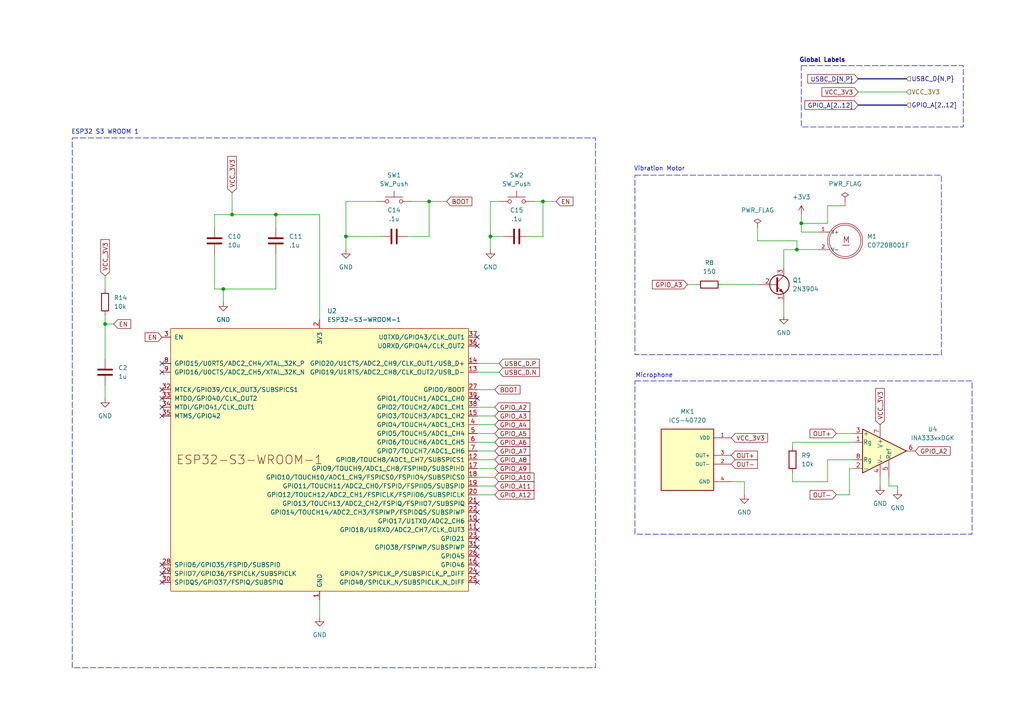
<source format=kicad_sch>
(kicad_sch (version 20231120) (generator "eeschema") (generator_version "8.0")
  (paper "A4")
  (lib_symbols
    (symbol "Amplifier_Instrumentation:INA333xxDGK" (pin_names (offset 0.127))
      (property "Reference" "U" (at 3.81 3.175 0))
      (property "Value" "INA333xxDGK" (at 3.81 -3.175 0))
      (symbol "INA333xxDGK_0_1"
        (polyline (pts (xy 7.62 0) (xy -5.08 6.35) (xy -5.08 -6.35) (xy 7.62 0)) (stroke (width 0.254)) (fill (type background)))
      )
      (symbol "INA333xxDGK_1_1"
        (pin passive line (at -7.62 2.54 0) (length 2.54) (name "Rg") (number "1"))
        (pin input line (at -7.62 -5.08 0) (length 2.54) (name "-") (number "2"))
        (pin input line (at -7.62 5.08 0) (length 2.54) (name "+") (number "3"))
        (pin power_in line (at 0 -7.62 90) (length 3.81) (name "V-") (number "4"))
        (pin input line (at 2.54 -7.62 90) (length 5.08) (name "Ref") (number "5"))
        (pin output line (at 10.16 0 180) (length 2.54) (name "~") (number "6"))
        (pin power_in line (at 0 7.62 270) (length 3.81) (name "V+") (number "7"))
        (pin passive line (at -7.62 -2.54 0) (length 2.54) (name "Rg") (number "8"))
      )
    )
    (symbol "C0720B001F:C0720B001F" (pin_names (offset 1.016))
      (property "Reference" "M" (at -6.3725 6.5 0))
      (property "Value" "C0720B001F" (at -5.5952 -9.0285 0))
      (symbol "C0720B001F_0_0"
        (polyline (pts (xy -5.08 2.54) (xy -4.572 2.54)) (stroke (width 0.1524)))
        (polyline (pts (xy -4.572 -2.54) (xy -5.08 -2.54)) (stroke (width 0.1524)))
        (polyline (pts (xy -0.762 -1.27) (xy 1.27 -1.27)) (stroke (width 0.1524)))
        (circle (center 0 0) (radius 4.572) (stroke (width 0.1524)))
        (circle (center 0 0) (radius 5.08) (stroke (width 0.1524)))
        (text "M" (at -0.7635 -0.7635 0) (effects (font (size 1.7815 1.7815)) (justify left bottom)))
        (pin power_in line (at -7.62 2.54 0) (length 2.54) (name "V+") (number "1"))
        (pin power_in line (at -7.62 -2.54 0) (length 2.54) (name "V-") (number "2"))
      )
    )
    (symbol "Device:C" (pin_numbers hide) (pin_names (offset 0.254))
      (property "Reference" "C" (at 0.635 2.54 0))
      (property "Value" "C" (at 0.635 -2.54 0))
      (symbol "C_0_1"
        (polyline (pts (xy -2.032 -0.762) (xy 2.032 -0.762)) (stroke (width 0.508)))
        (polyline (pts (xy -2.032 0.762) (xy 2.032 0.762)) (stroke (width 0.508)))
      )
      (symbol "C_1_1"
        (pin passive line (at 0 3.81 270) (length 2.794) (name "~") (number "1"))
        (pin passive line (at 0 -3.81 90) (length 2.794) (name "~") (number "2"))
      )
    )
    (symbol "Device:R" (pin_numbers hide) (pin_names (offset 0))
      (property "Reference" "R" (at 2.032 0 90))
      (property "Value" "R" (at 0 0 90))
      (symbol "R_0_1"
        (rectangle (start -1.016 -2.54) (end 1.016 2.54) (stroke (width 0.254)))
      )
      (symbol "R_1_1"
        (pin passive line (at 0 3.81 270) (length 1.27) (name "~") (number "1"))
        (pin passive line (at 0 -3.81 90) (length 1.27) (name "~") (number "2"))
      )
    )
    (symbol "ICS-40720:ICS-40720" (pin_names (offset 1.016))
      (property "Reference" "MK" (at -7.6535 10.7149 0))
      (property "Value" "ICS-40720" (at -7.6544 -10.2058 0))
      (symbol "ICS-40720_0_0"
        (rectangle (start -7.62 -7.62) (end 7.62 10.16) (stroke (width 0.254)) (fill (type background)))
        (pin power_in line (at 12.7 7.62 180) (length 5.08) (name "VDD") (number "1"))
        (pin output line (at 12.7 0 180) (length 5.08) (name "OUT-") (number "2"))
        (pin output line (at 12.7 2.54 180) (length 5.08) (name "OUT+") (number "3"))
        (pin power_in line (at 12.7 -5.08 180) (length 5.08) (name "GND") (number "4"))
      )
    )
    (symbol "PCM_Espressif:ESP32-S3-WROOM-1" (pin_names (offset 1.016))
      (property "Reference" "U" (at -43.18 43.18 0))
      (property "Value" "ESP32-S3-WROOM-1" (at -43.18 40.64 0))
      (symbol "ESP32-S3-WROOM-1_0_0"
        (text "ESP32-S3-WROOM-1" (at -20.32 0 0) (effects (font (size 2.54 2.54))))
        (pin power_in line (at 0 -40.64 90) (length 2.54) (name "GND") (number "1"))
        (pin bidirectional line (at 45.72 -17.78 180) (length 2.54) (name "GPIO17/U1TXD/ADC2_CH6") (number "10"))
        (pin bidirectional line (at 45.72 -20.32 180) (length 2.54) (name "GPIO18/U1RXD/ADC2_CH7/CLK_OUT3") (number "11"))
        (pin bidirectional line (at 45.72 0 180) (length 2.54) (name "GPIO8/TOUCH8/ADC1_CH7/SUBSPICS1") (number "12"))
        (pin bidirectional line (at 45.72 25.4 180) (length 2.54) (name "GPIO19/U1RTS/ADC2_CH8/CLK_OUT2/USB_D-") (number "13"))
        (pin bidirectional line (at 45.72 27.94 180) (length 2.54) (name "GPIO20/U1CTS/ADC2_CH9/CLK_OUT1/USB_D+") (number "14"))
        (pin bidirectional line (at 45.72 12.7 180) (length 2.54) (name "GPIO3/TOUCH3/ADC1_CH2") (number "15"))
        (pin bidirectional line (at 45.72 -30.48 180) (length 2.54) (name "GPIO46") (number "16"))
        (pin bidirectional line (at 45.72 -2.54 180) (length 2.54) (name "GPIO9/TOUCH9/ADC1_CH8/FSPIHD/SUBSPIHD") (number "17"))
        (pin bidirectional line (at 45.72 -5.08 180) (length 2.54) (name "GPIO10/TOUCH10/ADC1_CH9/FSPICS0/FSPIIO4/SUBSPICS0") (number "18"))
        (pin bidirectional line (at 45.72 -7.62 180) (length 2.54) (name "GPIO11/TOUCH11/ADC2_CH0/FSPID/FSPIIO5/SUBSPID") (number "19"))
        (pin power_in line (at 0 40.64 270) (length 2.54) (name "3V3") (number "2"))
        (pin bidirectional line (at 45.72 -10.16 180) (length 2.54) (name "GPIO12/TOUCH12/ADC2_CH1/FSPICLK/FSPIIO6/SUBSPICLK") (number "20"))
        (pin bidirectional line (at 45.72 -12.7 180) (length 2.54) (name "GPIO13/TOUCH13/ADC2_CH2/FSPIQ/FSPIIO7/SUBSPIQ") (number "21"))
        (pin bidirectional line (at 45.72 -15.24 180) (length 2.54) (name "GPIO14/TOUCH14/ADC2_CH3/FSPIWP/FSPIDQS/SUBSPIWP") (number "22"))
        (pin bidirectional line (at 45.72 -22.86 180) (length 2.54) (name "GPIO21") (number "23"))
        (pin bidirectional line (at 45.72 -33.02 180) (length 2.54) (name "GPIO47/SPICLK_P/SUBSPICLK_P_DIFF") (number "24"))
        (pin bidirectional line (at 45.72 -35.56 180) (length 2.54) (name "GPIO48/SPICLK_N/SUBSPICLK_N_DIFF") (number "25"))
        (pin bidirectional line (at 45.72 -27.94 180) (length 2.54) (name "GPIO45") (number "26"))
        (pin bidirectional line (at 45.72 20.32 180) (length 2.54) (name "GPIO0/BOOT") (number "27"))
        (pin bidirectional line (at -45.72 -30.48 0) (length 2.54) (name "SPIIO6/GPIO35/FSPID/SUBSPID") (number "28"))
        (pin bidirectional line (at -45.72 -33.02 0) (length 2.54) (name "SPIIO7/GPIO36/FSPICLK/SUBSPICLK") (number "29"))
        (pin input line (at -45.72 35.56 0) (length 2.54) (name "EN") (number "3"))
        (pin bidirectional line (at -45.72 -35.56 0) (length 2.54) (name "SPIDQS/GPIO37/FSPIQ/SUBSPIQ") (number "30"))
        (pin bidirectional line (at 45.72 -25.4 180) (length 2.54) (name "GPIO38/FSPIWP/SUBSPIWP") (number "31"))
        (pin bidirectional line (at -45.72 20.32 0) (length 2.54) (name "MTCK/GPIO39/CLK_OUT3/SUBSPICS1") (number "32"))
        (pin bidirectional line (at -45.72 17.78 0) (length 2.54) (name "MTDO/GPIO40/CLK_OUT2") (number "33"))
        (pin bidirectional line (at -45.72 15.24 0) (length 2.54) (name "MTDI/GPIO41/CLK_OUT1") (number "34"))
        (pin bidirectional line (at -45.72 12.7 0) (length 2.54) (name "MTMS/GPIO42") (number "35"))
        (pin bidirectional line (at 45.72 33.02 180) (length 2.54) (name "U0RXD/GPIO44/CLK_OUT2") (number "36"))
        (pin bidirectional line (at 45.72 35.56 180) (length 2.54) (name "U0TXD/GPIO43/CLK_OUT1") (number "37"))
        (pin bidirectional line (at 45.72 15.24 180) (length 2.54) (name "GPIO2/TOUCH2/ADC1_CH1") (number "38"))
        (pin bidirectional line (at 45.72 17.78 180) (length 2.54) (name "GPIO1/TOUCH1/ADC1_CH0") (number "39"))
        (pin bidirectional line (at 45.72 10.16 180) (length 2.54) (name "GPIO4/TOUCH4/ADC1_CH3") (number "4"))
        (pin passive line (at 0 -40.64 90) (length 2.54) hide (name "GND") (number "40"))
        (pin passive line (at 0 -40.64 90) (length 2.54) hide (name "GND") (number "41"))
        (pin bidirectional line (at 45.72 7.62 180) (length 2.54) (name "GPIO5/TOUCH5/ADC1_CH4") (number "5"))
        (pin bidirectional line (at 45.72 5.08 180) (length 2.54) (name "GPIO6/TOUCH6/ADC1_CH5") (number "6"))
        (pin bidirectional line (at 45.72 2.54 180) (length 2.54) (name "GPIO7/TOUCH7/ADC1_CH6") (number "7"))
        (pin bidirectional line (at -45.72 27.94 0) (length 2.54) (name "GPIO15/U0RTS/ADC2_CH4/XTAL_32K_P") (number "8"))
        (pin bidirectional line (at -45.72 25.4 0) (length 2.54) (name "GPIO16/U0CTS/ADC2_CH5/XTAL_32K_N") (number "9"))
      )
      (symbol "ESP32-S3-WROOM-1_0_1"
        (rectangle (start -43.18 38.1) (end 43.18 -38.1) (fill (type background)))
      )
    )
    (symbol "Switch:SW_Push" (pin_numbers hide) (pin_names (offset 1.016) hide)
      (property "Reference" "SW" (at 1.27 2.54 0))
      (property "Value" "SW_Push" (at 0 -1.524 0))
      (symbol "SW_Push_0_1"
        (circle (center -2.032 0) (radius 0.508))
        (polyline (pts (xy 0 1.27) (xy 0 3.048)))
        (polyline (pts (xy 2.54 1.27) (xy -2.54 1.27)))
        (circle (center 2.032 0) (radius 0.508))
        (pin passive line (at -5.08 0 0) (length 2.54) (name "1") (number "1"))
        (pin passive line (at 5.08 0 180) (length 2.54) (name "2") (number "2"))
      )
    )
    (symbol "Transistor_BJT:2N3904" (pin_names (offset 0) hide)
      (property "Reference" "Q" (at 5.08 1.905 0))
      (property "Value" "2N3904" (at 5.08 0 0))
      (symbol "2N3904_0_1"
        (polyline (pts (xy 0.635 0.635) (xy 2.54 2.54)))
        (polyline (pts (xy 0.635 -0.635) (xy 2.54 -2.54) (xy 2.54 -2.54)))
        (polyline (pts (xy 0.635 1.905) (xy 0.635 -1.905) (xy 0.635 -1.905)) (stroke (width 0.508)))
        (polyline (pts (xy 1.27 -1.778) (xy 1.778 -1.27) (xy 2.286 -2.286) (xy 1.27 -1.778) (xy 1.27 -1.778)) (fill (type outline)))
        (circle (center 1.27 0) (radius 2.8194) (stroke (width 0.254)))
      )
      (symbol "2N3904_1_1"
        (pin passive line (at 2.54 -5.08 90) (length 2.54) (name "E") (number "1"))
        (pin passive line (at -5.08 0 0) (length 5.715) (name "B") (number "2"))
        (pin passive line (at 2.54 5.08 270) (length 2.54) (name "C") (number "3"))
      )
    )
    (symbol "power:+3V3" (power) (pin_numbers hide) (pin_names (offset 0) hide)
      (property "Value" "+3V3" (at 0 3.556 0))
      (symbol "+3V3_0_1"
        (polyline (pts (xy -0.762 1.27) (xy 0 2.54)))
        (polyline (pts (xy 0 0) (xy 0 2.54)))
        (polyline (pts (xy 0 2.54) (xy 0.762 1.27)))
      )
      (symbol "+3V3_1_1"
        (pin power_in line (at 0 0 90) (length 0) (name "~") (number "1"))
      )
    )
    (symbol "power:GND" (power) (pin_numbers hide) (pin_names (offset 0) hide)
      (property "Value" "GND" (at 0 -3.81 0))
      (symbol "GND_0_1"
        (polyline (pts (xy 0 0) (xy 0 -1.27) (xy 1.27 -1.27) (xy 0 -2.54) (xy -1.27 -1.27) (xy 0 -1.27)))
      )
      (symbol "GND_1_1"
        (pin power_in line (at 0 0 270) (length 0) (name "~") (number "1"))
      )
    )
    (symbol "power:PWR_FLAG" (power) (pin_numbers hide) (pin_names (offset 0) hide)
      (property "Value" "PWR_FLAG" (at 0 3.81 0))
      (symbol "PWR_FLAG_0_0"
        (pin power_out line (at 0 0 90) (length 0) (name "~") (number "1"))
      )
      (symbol "PWR_FLAG_0_1"
        (polyline (pts (xy 0 0) (xy 0 1.27) (xy -1.016 1.905) (xy 0 2.54) (xy 1.016 1.905) (xy 0 1.27)))
      )
    )
  )
  (junction (at 100.33 68.58))
  (junction (at 80.01 62.23))
  (junction (at 142.24 68.58))
  (junction (at 124.46 58.42))
  (junction (at 30.48 93.98))
  (junction (at 67.31 62.23))
  (junction (at 157.48 58.42))
  (junction (at 231.14 72.39))
  (junction (at 64.77 83.82))
  (junction (at 232.41 64.77))
  (no_connect (at 46.99 115.57))
  (no_connect (at 138.43 163.83))
  (no_connect (at 138.43 166.37))
  (no_connect (at 46.99 105.41))
  (no_connect (at 138.43 156.21))
  (no_connect (at 138.43 151.13))
  (no_connect (at 46.99 107.95))
  (no_connect (at 138.43 146.05))
  (no_connect (at 138.43 153.67))
  (no_connect (at 138.43 158.75))
  (no_connect (at 46.99 113.03))
  (no_connect (at 46.99 120.65))
  (no_connect (at 138.43 115.57))
  (no_connect (at 46.99 168.91))
  (no_connect (at 138.43 168.91))
  (no_connect (at 46.99 166.37))
  (no_connect (at 138.43 161.29))
  (no_connect (at 46.99 163.83))
  (no_connect (at 138.43 100.33))
  (no_connect (at 46.99 118.11))
  (no_connect (at 138.43 97.79))
  (no_connect (at 138.43 148.59))
  (wire (pts (xy 227.33 72.39) (xy 231.14 72.39)))
  (wire (pts (xy 143.51 135.89) (xy 138.43 135.89)))
  (wire (pts (xy 246.38 143.51) (xy 242.57 143.51)))
  (wire (pts (xy 62.23 73.66) (xy 62.23 83.82)))
  (wire (pts (xy 64.77 83.82) (xy 80.01 83.82)))
  (wire (pts (xy 138.43 107.95) (xy 144.78 107.95)))
  (wire (pts (xy 100.33 68.58) (xy 110.49 68.58)))
  (wire (pts (xy 143.51 118.11) (xy 138.43 118.11)))
  (wire (pts (xy 260.35 140.97) (xy 260.35 142.24)))
  (wire (pts (xy 232.41 62.23) (xy 232.41 64.77)))
  (wire (pts (xy 227.33 87.63) (xy 227.33 91.44)))
  (wire (pts (xy 237.49 67.31) (xy 232.41 67.31)))
  (wire (pts (xy 242.57 125.73) (xy 247.65 125.73)))
  (wire (pts (xy 240.03 133.35) (xy 247.65 133.35)))
  (wire (pts (xy 245.11 58.42) (xy 245.11 59.69)))
  (wire (pts (xy 92.71 62.23) (xy 92.71 92.71)))
  (wire (pts (xy 257.81 138.43) (xy 257.81 140.97)))
  (wire (pts (xy 30.48 93.98) (xy 33.02 93.98)))
  (wire (pts (xy 212.09 139.7) (xy 215.9 139.7)))
  (bus (pts (xy 248.92 22.86) (xy 262.89 22.86)))
  (wire (pts (xy 143.51 130.81) (xy 138.43 130.81)))
  (wire (pts (xy 247.65 135.89) (xy 246.38 135.89)))
  (wire (pts (xy 92.71 62.23) (xy 80.01 62.23)))
  (wire (pts (xy 80.01 73.66) (xy 80.01 83.82)))
  (wire (pts (xy 240.03 64.77) (xy 240.03 59.69)))
  (wire (pts (xy 124.46 58.42) (xy 129.54 58.42)))
  (wire (pts (xy 124.46 68.58) (xy 124.46 58.42)))
  (wire (pts (xy 142.24 68.58) (xy 142.24 72.39)))
  (wire (pts (xy 67.31 55.88) (xy 67.31 62.23)))
  (wire (pts (xy 143.51 143.51) (xy 138.43 143.51)))
  (wire (pts (xy 157.48 68.58) (xy 157.48 58.42)))
  (wire (pts (xy 142.24 58.42) (xy 142.24 68.58)))
  (wire (pts (xy 143.51 128.27) (xy 138.43 128.27)))
  (wire (pts (xy 30.48 93.98) (xy 30.48 104.14)))
  (wire (pts (xy 229.87 137.16) (xy 229.87 139.7)))
  (wire (pts (xy 231.14 72.39) (xy 237.49 72.39)))
  (wire (pts (xy 231.14 72.39) (xy 231.14 69.85)))
  (wire (pts (xy 229.87 128.27) (xy 247.65 128.27)))
  (wire (pts (xy 255.27 138.43) (xy 255.27 140.97)))
  (wire (pts (xy 232.41 64.77) (xy 232.41 67.31)))
  (wire (pts (xy 138.43 105.41) (xy 144.78 105.41)))
  (wire (pts (xy 229.87 128.27) (xy 229.87 129.54)))
  (wire (pts (xy 62.23 83.82) (xy 64.77 83.82)))
  (wire (pts (xy 246.38 135.89) (xy 246.38 143.51)))
  (wire (pts (xy 240.03 139.7) (xy 240.03 133.35)))
  (wire (pts (xy 215.9 139.7) (xy 215.9 143.51)))
  (wire (pts (xy 240.03 59.69) (xy 245.11 59.69)))
  (wire (pts (xy 143.51 125.73) (xy 138.43 125.73)))
  (wire (pts (xy 100.33 58.42) (xy 100.33 68.58)))
  (wire (pts (xy 257.81 140.97) (xy 260.35 140.97)))
  (wire (pts (xy 80.01 62.23) (xy 80.01 66.04)))
  (wire (pts (xy 209.55 82.55) (xy 219.71 82.55)))
  (wire (pts (xy 142.24 68.58) (xy 146.05 68.58)))
  (wire (pts (xy 232.41 64.77) (xy 240.03 64.77)))
  (wire (pts (xy 118.11 68.58) (xy 124.46 68.58)))
  (wire (pts (xy 143.51 140.97) (xy 138.43 140.97)))
  (wire (pts (xy 144.78 58.42) (xy 142.24 58.42)))
  (wire (pts (xy 92.71 173.99) (xy 92.71 179.07)))
  (wire (pts (xy 143.51 123.19) (xy 138.43 123.19)))
  (wire (pts (xy 80.01 62.23) (xy 67.31 62.23)))
  (wire (pts (xy 248.92 26.67) (xy 262.89 26.67)))
  (wire (pts (xy 153.67 68.58) (xy 157.48 68.58)))
  (wire (pts (xy 199.39 82.55) (xy 201.93 82.55)))
  (wire (pts (xy 143.51 120.65) (xy 138.43 120.65)))
  (wire (pts (xy 64.77 83.82) (xy 64.77 87.63)))
  (wire (pts (xy 154.94 58.42) (xy 157.48 58.42)))
  (wire (pts (xy 227.33 77.47) (xy 227.33 72.39)))
  (wire (pts (xy 231.14 69.85) (xy 219.71 69.85)))
  (wire (pts (xy 157.48 58.42) (xy 161.29 58.42)))
  (wire (pts (xy 143.51 133.35) (xy 138.43 133.35)))
  (wire (pts (xy 67.31 62.23) (xy 62.23 62.23)))
  (wire (pts (xy 219.71 66.04) (xy 219.71 69.85)))
  (wire (pts (xy 143.51 138.43) (xy 138.43 138.43)))
  (wire (pts (xy 109.22 58.42) (xy 100.33 58.42)))
  (wire (pts (xy 229.87 139.7) (xy 240.03 139.7)))
  (wire (pts (xy 143.51 113.03) (xy 138.43 113.03)))
  (wire (pts (xy 119.38 58.42) (xy 124.46 58.42)))
  (bus (pts (xy 248.92 30.48) (xy 262.89 30.48)))
  (wire (pts (xy 30.48 111.76) (xy 30.48 115.57)))
  (wire (pts (xy 100.33 68.58) (xy 100.33 72.39)))
  (wire (pts (xy 62.23 62.23) (xy 62.23 66.04)))
  (wire (pts (xy 30.48 91.44) (xy 30.48 93.98)))
  (wire (pts (xy 30.48 80.01) (xy 30.48 83.82)))
  (rectangle (start 20.955 40.005) (end 172.72 193.675) (stroke (width 0) (type dash)))
  (rectangle (start 184.15 50.8) (end 273.05 102.87) (stroke (width 0) (type dash)))
  (rectangle (start 184.15 110.49) (end 281.94 154.94) (stroke (width 0) (type dash)))
  (rectangle (start 232.41 19.05) (end 279.4 36.83) (stroke (width 0) (type dash)))
  (text "Global Labels" (at 238.506 17.526 0) (effects (font (size 1.27 1.27) (thickness 0.254) (bold yes))))
  (text "Microphone" (at 189.738 108.966 0) (effects (font (size 1.27 1.27))))
  (text "ESP32 S3 WROOM 1" (at 30.48 38.354 0) (effects (font (size 1.27 1.27))))
  (text "Vibration Motor" (at 191.262 49.022 0) (effects (font (size 1.27 1.27))))
  (global_label "VCC_3V3" (shape input) (at 67.31 55.88 90) (property "Intersheetrefs" "${INTERSHEET_REFS}" (effects (hide yes))))
  (global_label "EN" (shape input) (at 46.99 97.79 180) (property "Intersheetrefs" "${INTERSHEET_REFS}" (effects (hide yes))))
  (global_label "BOOT" (shape input) (at 143.51 113.03 0) (property "Intersheetrefs" "${INTERSHEET_REFS}" (effects (hide yes))))
  (global_label "GPIO_A3" (shape input) (at 143.51 120.65 0) (property "Intersheetrefs" "${INTERSHEET_REFS}" (effects (hide yes))))
  (global_label "EN" (shape input) (at 161.29 58.42 0) (property "Intersheetrefs" "${INTERSHEET_REFS}" (effects (hide yes))))
  (global_label "USBC_D{N,P}" (shape input) (at 248.92 22.86 180) (property "Intersheetrefs" "${INTERSHEET_REFS}" (effects (hide yes))))
  (global_label "USBC_D.P" (shape input) (at 144.78 105.41 0) (property "Intersheetrefs" "${INTERSHEET_REFS}" (effects (hide yes))))
  (global_label "OUT+" (shape input) (at 242.57 125.73 180) (property "Intersheetrefs" "${INTERSHEET_REFS}" (effects (hide yes))))
  (global_label "GPIO_A6" (shape input) (at 143.51 128.27 0) (property "Intersheetrefs" "${INTERSHEET_REFS}" (effects (hide yes))))
  (global_label "EN" (shape input) (at 33.02 93.98 0) (property "Intersheetrefs" "${INTERSHEET_REFS}" (effects (hide yes))))
  (global_label "USBC_D.N" (shape input) (at 144.78 107.95 0) (property "Intersheetrefs" "${INTERSHEET_REFS}" (effects (hide yes))))
  (global_label "GPIO_A2" (shape input) (at 143.51 118.11 0) (property "Intersheetrefs" "${INTERSHEET_REFS}" (effects (hide yes))))
  (global_label "GPIO_A12" (shape input) (at 143.51 143.51 0) (property "Intersheetrefs" "${INTERSHEET_REFS}" (effects (hide yes))))
  (global_label "VCC_3V3" (shape input) (at 255.27 123.19 90) (property "Intersheetrefs" "${INTERSHEET_REFS}" (effects (hide yes))))
  (global_label "GPIO_A2" (shape input) (at 265.43 130.81 0) (property "Intersheetrefs" "${INTERSHEET_REFS}" (effects (hide yes))))
  (global_label "GPIO_A11" (shape input) (at 143.51 140.97 0) (property "Intersheetrefs" "${INTERSHEET_REFS}" (effects (hide yes))))
  (global_label "GPIO_A3" (shape input) (at 199.39 82.55 180) (property "Intersheetrefs" "${INTERSHEET_REFS}" (effects (hide yes))))
  (global_label "GPIO_A[2..12]" (shape input) (at 248.92 30.48 180) (property "Intersheetrefs" "${INTERSHEET_REFS}" (effects (hide yes))))
  (global_label "OUT-" (shape input) (at 242.57 143.51 180) (property "Intersheetrefs" "${INTERSHEET_REFS}" (effects (hide yes))))
  (global_label "VCC_3V3" (shape input) (at 30.48 80.01 90) (property "Intersheetrefs" "${INTERSHEET_REFS}" (effects (hide yes))))
  (global_label "BOOT" (shape input) (at 129.54 58.42 0) (property "Intersheetrefs" "${INTERSHEET_REFS}" (effects (hide yes))))
  (global_label "OUT+" (shape input) (at 212.09 132.08 0) (property "Intersheetrefs" "${INTERSHEET_REFS}" (effects (hide yes))))
  (global_label "GPIO_A4" (shape input) (at 143.51 123.19 0) (property "Intersheetrefs" "${INTERSHEET_REFS}" (effects (hide yes))))
  (global_label "GPIO_A9" (shape input) (at 143.51 135.89 0) (property "Intersheetrefs" "${INTERSHEET_REFS}" (effects (hide yes))))
  (global_label "VCC_3V3" (shape input) (at 212.09 127 0) (property "Intersheetrefs" "${INTERSHEET_REFS}" (effects (hide yes))))
  (global_label "VCC_3V3" (shape input) (at 248.92 26.67 180) (property "Intersheetrefs" "${INTERSHEET_REFS}" (effects (hide yes))))
  (global_label "GPIO_A5" (shape input) (at 143.51 125.73 0) (property "Intersheetrefs" "${INTERSHEET_REFS}" (effects (hide yes))))
  (global_label "GPIO_A7" (shape input) (at 143.51 130.81 0) (property "Intersheetrefs" "${INTERSHEET_REFS}" (effects (hide yes))))
  (global_label "GPIO_A10" (shape input) (at 143.51 138.43 0) (property "Intersheetrefs" "${INTERSHEET_REFS}" (effects (hide yes))))
  (global_label "GPIO_A8" (shape input) (at 143.51 133.35 0) (property "Intersheetrefs" "${INTERSHEET_REFS}" (effects (hide yes))))
  (global_label "OUT-" (shape input) (at 212.09 134.62 0) (property "Intersheetrefs" "${INTERSHEET_REFS}" (effects (hide yes))))
  (hierarchical_label "GPIO_A[2..12]" (shape input) (at 262.89 30.48 0))
  (hierarchical_label "USBC_D{N,P}" (shape input) (at 262.89 22.86 0))
  (hierarchical_label "VCC_3V3" (shape input) (at 262.89 26.67 0))
  (symbol (lib_id "power:GND") (at 30.48 115.57 0) (unit 1)
    (property "Reference" "#PWR04" (effects (hide yes)))
    (property "Value" "GND" (at 30.48 120.65 0))
    (property "Description" "Power symbol creates a global label with name \"GND\" , ground" (effects (hide yes)))
  )
  (symbol (lib_id "Device:C") (at 62.23 69.85 0) (unit 1)
    (property "Reference" "C10" (at 66.04 68.5799 0) (effects (justify left)))
    (property "Value" "10u" (at 66.04 71.1199 0) (effects (justify left)))
    (property "Footprint" "Capacitor_SMD:C_0603_1608Metric" (effects (hide yes)))
    (property "Description" "Unpolarized capacitor" (effects (hide yes)))
  )
  (symbol (lib_id "power:+3V3") (at 232.41 62.23 0) (unit 1)
    (property "Reference" "#PWR031" (effects (hide yes)))
    (property "Value" "+3V3" (at 232.41 57.15 0))
    (property "Description" "Power symbol creates a global label with name \"+3V3\"" (effects (hide yes)))
  )
  (symbol (lib_id "power:GND") (at 92.71 179.07 0) (unit 1)
    (property "Reference" "#PWR016" (effects (hide yes)))
    (property "Value" "GND" (at 92.71 184.15 0))
    (property "Description" "Power symbol creates a global label with name \"GND\" , ground" (effects (hide yes)))
  )
  (symbol (lib_id "power:GND") (at 255.27 140.97 0) (unit 1)
    (property "Reference" "#PWR017" (effects (hide yes)))
    (property "Value" "GND" (at 255.27 146.05 0))
    (property "Description" "Power symbol creates a global label with name \"GND\" , ground" (effects (hide yes)))
  )
  (symbol (lib_id "Device:R") (at 205.74 82.55 90) (unit 1)
    (property "Reference" "R8" (at 205.74 76.2 90))
    (property "Value" "150" (at 205.74 78.74 90))
    (property "Footprint" "Resistor_SMD:R_0402_1005Metric" (effects (hide yes)))
    (property "Description" "Resistor" (effects (hide yes)))
  )
  (symbol (lib_id "PCM_Espressif:ESP32-S3-WROOM-1") (at 92.71 133.35 0) (unit 1)
    (property "Reference" "U2" (at 94.9041 90.17 0) (effects (justify left)))
    (property "Value" "ESP32-S3-WROOM-1" (at 94.9041 92.71 0) (effects (justify left)))
    (property "Footprint" "PCM_Espressif:ESP32-S3-WROOM-1" (effects (hide yes)))
    (property "Datasheet" "https://www.espressif.com/sites/default/files/documentation/esp32-s3-wroom-1_wroom-1u_datasheet_en.pdf" (effects (hide yes)))
    (property "Description" "2.4 GHz WiFi (802.11 b/g/n) and Bluetooth ® 5 (LE) module Built around ESP32S3 series of SoCs, Xtensa ® dualcore 32bit LX7 microprocessor Flash up to 16 MB, PSRAM up to 8 MB 36 GPIOs, rich set of peripherals Onboard PCB antenna" (effects (hide yes)))
  )
  (symbol (lib_id "Device:R") (at 229.87 133.35 180) (unit 1)
    (property "Reference" "R9" (at 232.41 132.0799 0) (effects (justify right)))
    (property "Value" "10k" (at 232.41 134.6199 0) (effects (justify right)))
    (property "Footprint" "Resistor_SMD:R_0402_1005Metric" (effects (hide yes)))
    (property "Description" "Resistor" (effects (hide yes)))
  )
  (symbol (lib_id "power:GND") (at 260.35 142.24 0) (unit 1)
    (property "Reference" "#PWR032" (effects (hide yes)))
    (property "Value" "GND" (at 260.35 147.32 0))
    (property "Description" "Power symbol creates a global label with name \"GND\" , ground" (effects (hide yes)))
  )
  (symbol (lib_id "power:GND") (at 100.33 72.39 0) (unit 1)
    (property "Reference" "#PWR015" (effects (hide yes)))
    (property "Value" "GND" (at 100.33 77.47 0))
    (property "Description" "Power symbol creates a global label with name \"GND\" , ground" (effects (hide yes)))
  )
  (symbol (lib_id "Switch:SW_Push") (at 114.3 58.42 0) (unit 1)
    (property "Reference" "SW1" (at 114.3 50.8 0))
    (property "Value" "SW_Push" (at 114.3 53.34 0))
    (property "Footprint" "Button_Switch_SMD:SW_SPST_B3U-1000P" (effects (hide yes)))
    (property "Description" "Push button switch, generic, two pins" (effects (hide yes)))
  )
  (symbol (lib_id "power:PWR_FLAG") (at 219.71 66.04 0) (unit 1)
    (property "Reference" "#FLG06" (effects (hide yes)))
    (property "Value" "PWR_FLAG" (at 219.71 60.96 0))
    (property "Description" "Special symbol for telling ERC where power comes from" (effects (hide yes)))
  )
  (symbol (lib_id "Device:C") (at 30.48 107.95 0) (unit 1)
    (property "Reference" "C2" (at 34.29 106.6799 0) (effects (justify left)))
    (property "Value" "1u" (at 34.29 109.2199 0) (effects (justify left)))
    (property "Footprint" "Capacitor_SMD:C_0603_1608Metric" (effects (hide yes)))
    (property "Description" "Unpolarized capacitor" (effects (hide yes)))
  )
  (symbol (lib_id "power:PWR_FLAG") (at 245.11 58.42 0) (unit 1)
    (property "Reference" "#FLG05" (effects (hide yes)))
    (property "Value" "PWR_FLAG" (at 245.11 53.34 0))
    (property "Description" "Special symbol for telling ERC where power comes from" (effects (hide yes)))
  )
  (symbol (lib_id "Device:C") (at 114.3 68.58 90) (unit 1)
    (property "Reference" "C14" (at 114.3 60.96 90))
    (property "Value" ".1u" (at 114.3 63.5 90))
    (property "Footprint" "Capacitor_SMD:C_01005_0402Metric" (effects (hide yes)))
    (property "Description" "Unpolarized capacitor" (effects (hide yes)))
  )
  (symbol (lib_id "Switch:SW_Push") (at 149.86 58.42 0) (unit 1)
    (property "Reference" "SW2" (at 149.86 50.8 0))
    (property "Value" "SW_Push" (at 149.86 53.34 0))
    (property "Footprint" "Button_Switch_SMD:SW_SPST_B3U-1000P" (effects (hide yes)))
    (property "Description" "Push button switch, generic, two pins" (effects (hide yes)))
  )
  (symbol (lib_id "power:GND") (at 64.77 87.63 0) (unit 1)
    (property "Reference" "#PWR014" (effects (hide yes)))
    (property "Value" "GND" (at 64.77 92.71 0))
    (property "Description" "Power symbol creates a global label with name \"GND\" , ground" (effects (hide yes)))
  )
  (symbol (lib_id "power:GND") (at 215.9 143.51 0) (unit 1)
    (property "Reference" "#PWR018" (effects (hide yes)))
    (property "Value" "GND" (at 215.9 148.59 0))
    (property "Description" "Power symbol creates a global label with name \"GND\" , ground" (effects (hide yes)))
  )
  (symbol (lib_id "Device:R") (at 30.48 87.63 0) (unit 1)
    (property "Reference" "R14" (at 33.02 86.3599 0) (effects (justify left)))
    (property "Value" "10k" (at 33.02 88.8999 0) (effects (justify left)))
    (property "Footprint" "Resistor_SMD:R_0402_1005Metric" (effects (hide yes)))
    (property "Description" "Resistor" (effects (hide yes)))
  )
  (symbol (lib_id "Transistor_BJT:2N3904") (at 224.79 82.55 0) (unit 1)
    (property "Reference" "Q1" (at 229.87 81.2799 0) (effects (justify left)))
    (property "Value" "2N3904" (at 229.87 83.8199 0) (effects (justify left)))
    (property "Footprint" "Package_TO_SOT_THT:TO-92_Inline" (effects (hide yes)))
    (property "Datasheet" "https://www.onsemi.com/pub/Collateral/2N3903-D.PDF" (effects (hide yes)))
    (property "Description" "0.2A Ic, 40V Vce, Small Signal NPN Transistor, TO-92" (effects (hide yes)))
  )
  (symbol (lib_id "C0720B001F:C0720B001F") (at 245.11 69.85 0) (unit 1)
    (property "Reference" "M1" (at 251.46 68.5799 0) (effects (justify left)))
    (property "Value" "C0720B001F" (at 251.46 71.1199 0) (effects (justify left)))
    (property "Footprint" "C0720B001F:XDCR_C0720B001F" (effects (hide yes)))
    (property "MF" "Jinlong Machinery" (effects (hide yes)))
    (property "Description_1" "\n                        \n                            - DC Motor Vibration, ERM 10000 RPM - - 3VDC\n                        \n" (effects (hide yes)))
    (property "Package" "None" (effects (hide yes)))
    (property "Price" "None" (effects (hide yes)))
    (property "SnapEDA_Link" "https://www.snapeda.com/parts/C0720B001F/Jinlong+Machinery+%2526+Electronics/view-part/?ref=snap" (effects (hide yes)))
    (property "MP" "C0720B001F" (effects (hide yes)))
    (property "Availability" "Not in stock" (effects (hide yes)))
    (property "Check_prices" "https://www.snapeda.com/parts/C0720B001F/Jinlong+Machinery+%2526+Electronics/view-part/?ref=eda" (effects (hide yes)))
  )
  (symbol (lib_id "power:GND") (at 227.33 91.44 0) (unit 1)
    (property "Reference" "#PWR03" (effects (hide yes)))
    (property "Value" "GND" (at 227.33 96.52 0))
    (property "Description" "Power symbol creates a global label with name \"GND\" , ground" (effects (hide yes)))
  )
  (symbol (lib_id "power:GND") (at 142.24 72.39 0) (unit 1)
    (property "Reference" "#PWR033" (effects (hide yes)))
    (property "Value" "GND" (at 142.24 77.47 0))
    (property "Description" "Power symbol creates a global label with name \"GND\" , ground" (effects (hide yes)))
  )
  (symbol (lib_id "Device:C") (at 149.86 68.58 90) (unit 1)
    (property "Reference" "C15" (at 149.86 60.96 90))
    (property "Value" ".1u" (at 149.86 63.5 90))
    (property "Footprint" "Capacitor_SMD:C_01005_0402Metric" (effects (hide yes)))
    (property "Description" "Unpolarized capacitor" (effects (hide yes)))
  )
  (symbol (lib_id "ICS-40720:ICS-40720") (at 199.39 134.62 0) (unit 1)
    (property "Reference" "MK1" (at 199.39 119.38 0))
    (property "Value" "ICS-40720" (at 199.39 121.92 0))
    (property "Footprint" "ICS-40720:MIC_ICS-40720" (effects (hide yes)))
    (property "MF" "TDK InvenSense" (effects (hide yes)))
    (property "DESCRIPTION" "Ultra Low Noise Microphone with Differentrial Output" (effects (hide yes)))
    (property "PACKAGE" "LGA-4 TDK-InvenSense" (effects (hide yes)))
    (property "PRICE" "2.86 USD" (effects (hide yes)))
    (property "Package" "None" (effects (hide yes)))
    (property "Check_prices" "https://www.snapeda.com/parts/ICS-40720/TDK/view-part/?ref=eda" (effects (hide yes)))
    (property "Price" "None" (effects (hide yes)))
    (property "SnapEDA_Link" "https://www.snapeda.com/parts/ICS-40720/TDK/view-part/?ref=snap" (effects (hide yes)))
    (property "MP" "ICS-40720" (effects (hide yes)))
    (property "Availability" "In Stock" (effects (hide yes)))
    (property "AVAILABILITY" "Good" (effects (hide yes)))
    (property "Description_1" "\n                        \n                            75 Hz ~ 20 kHz Analog Microphone MEMS (Silicon) 1.5 V ~ 3.63 V Omnidirectional (-38dB ±2dB @ 94dB SPL) Solder Pads\n                        \n" (effects (hide yes)))
  )
  (symbol (lib_id "Device:C") (at 80.01 69.85 0) (unit 1)
    (property "Reference" "C11" (at 83.82 68.5799 0) (effects (justify left)))
    (property "Value" ".1u" (at 83.82 71.1199 0) (effects (justify left)))
    (property "Footprint" "Capacitor_SMD:C_01005_0402Metric" (effects (hide yes)))
    (property "Description" "Unpolarized capacitor" (effects (hide yes)))
  )
  (symbol (lib_id "Amplifier_Instrumentation:INA333xxDGK") (at 255.27 130.81 0) (unit 1)
    (property "Reference" "U4" (at 270.51 124.4914 0))
    (property "Value" "INA333xxDGK" (at 270.51 127.0314 0))
    (property "Footprint" "Package_SO:VSSOP-8_3x3mm_P0.65mm" (effects (hide yes)))
    (property "Datasheet" "https://www.ti.com/lit/ds/symlink/ina333.pdf" (effects (hide yes)))
    (property "Description" "Zero Drift, Micropower Instrumentation Amplifier G = 1 + 100kOhm/Rg, VSSOP-8" (effects (hide yes)))
  )
)
</source>
